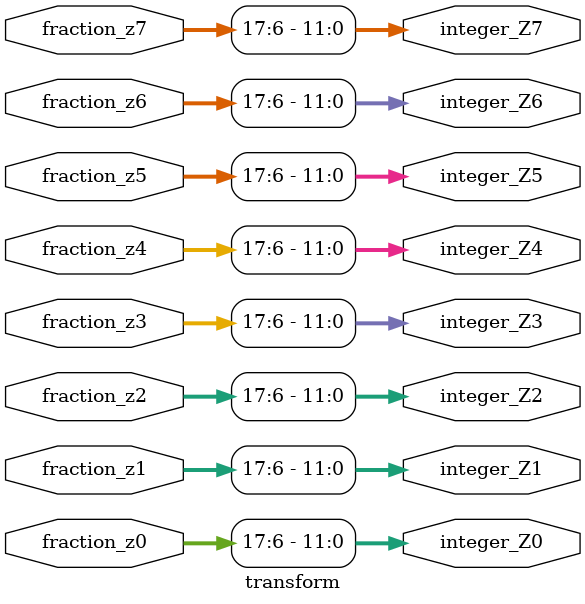
<source format=sv>
module transform(input logic signed[17:0] fraction_z0, fraction_z1, fraction_z2, fraction_z3, fraction_z4,
 fraction_z5,fraction_z6, fraction_z7, 
output logic signed [11:0] integer_Z0, integer_Z1, integer_Z2, integer_Z3, integer_Z4,
 integer_Z5, integer_Z6, integer_Z7);


assign integer_Z0 =  fraction_z0[17:6];
assign integer_Z1 =  fraction_z1[17:6];
assign integer_Z2 =  fraction_z2[17:6];
assign integer_Z3 =  fraction_z3[17:6];
assign integer_Z4 =  fraction_z4[17:6];
assign integer_Z5 =  fraction_z5[17:6];
assign integer_Z6 =  fraction_z6[17:6];
assign integer_Z7 =  fraction_z7[17:6];


endmodule


</source>
